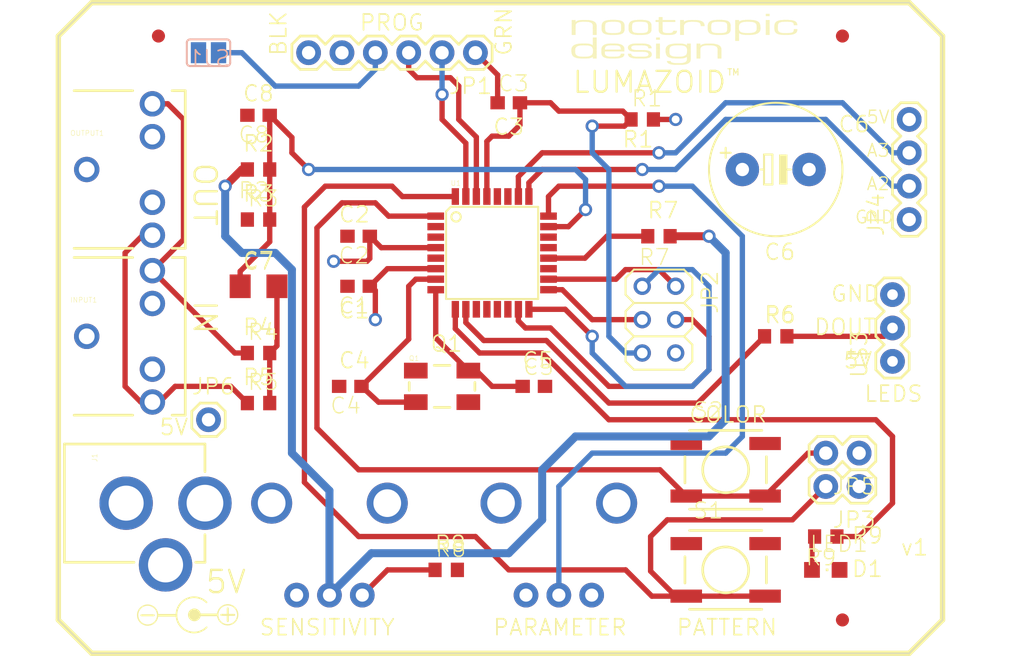
<source format=kicad_pcb>
(kicad_pcb (version 20171130) (host pcbnew "(5.1.10)-1")
  (layers (0 Top signal) (31 Bottom signal) (34 B.Paste user) (35 F.Paste user) (36 B.SilkS user) (37 F.SilkS user) (38 B.Mask user) (39 F.Mask user) (44 Edge.Cuts user))
  (net 0 "")
  (net 1 GND)
  (net 2 VCC)
  (net 3 "Net-(C4-Pad1)")
  (net 4 "Net-(C5-Pad1)")
  (net 5 "Net-(C3-Pad2)")
  (net 6 "Net-(JP1-Pad5)")
  (net 7 "Net-(JP1-Pad4)")
  (net 8 "Net-(JP1-Pad3)")
  (net 9 "Net-(JP1-Pad2)")
  (net 10 "Net-(C3-Pad1)")
  (net 11 "Net-(JP3-Pad2)")
  (net 12 "Net-(U1-Pad28)")
  (net 13 "Net-(U1-Pad27)")
  (net 14 "Net-(JP4-Pad3)")
  (net 15 "Net-(JP4-Pad2)")
  (net 16 "Net-(C7-Pad1)")
  (net 17 "Net-(U1-Pad22)")
  (net 18 "Net-(R7-Pad2)")
  (net 19 "Net-(U1-Pad19)")
  (net 20 "Net-(JP2-Pad3)")
  (net 21 "Net-(JP2-Pad1)")
  (net 22 "Net-(JP2-Pad4)")
  (net 23 "Net-(U1-Pad14)")
  (net 24 "Net-(U1-Pad13)")
  (net 25 "Net-(U1-Pad12)")
  (net 26 "Net-(U1-Pad11)")
  (net 27 "Net-(R6-Pad1)")
  (net 28 "Net-(R9-Pad1)")
  (net 29 "Net-(U1-Pad2)")
  (net 30 "Net-(JP5-Pad2)")
  (net 31 "Net-(R6-Pad2)")
  (net 32 "Net-(C7-Pad2)")
  (net 33 /AREF)
  (net 34 "Net-(R8-Pad1)")
  (net 35 "Net-(J1-PadGNDBREAK)")
  (net 36 "Net-(LED1-PadA)")
  (net 37 "Net-(PARAM1-PadP$2)")
  (net 38 "Net-(INPUT1-Pad2)")
  (net 39 "Net-(INPUT1-Pad3)")
  (net 40 "Net-(INPUT1-Pad5)")
  (net 41 "Net-(INPUT1-Pad4)")
  (net 42 "Net-(OUTPUT1-Pad5)")
  (net 43 "Net-(OUTPUT1-Pad4)")
  (module "" (layer Top) (at 118.6561 125.9586)
    (fp_text reference @HOLE0 hide)
    (fp_text value "" (at 0 0) (layer F.SilkS) (effects (font (size 1.27 1.27))))
    (pad "" np_thru_hole circle (at 0 0) (size 3.2 3.2) (drill 3.2) (layers *.Cu *.Mask))
  )
  (module "" (layer Top) (at 118.6561 84.0486)
    (fp_text reference @HOLE1 hide)
    (fp_text value "" (at 0 0) (layer F.SilkS) (effects (font (size 1.27 1.27))))
    (pad "" np_thru_hole circle (at 0 0) (size 3.2 3.2) (drill 3.2) (layers *.Cu *.Mask))
  )
  (module "" (layer Top) (at 178.3461 125.9586)
    (fp_text reference @HOLE2 hide)
    (fp_text value "" (at 0 0) (layer F.SilkS) (effects (font (size 1.27 1.27))))
    (pad "" np_thru_hole circle (at 0 0) (size 3.2 3.2) (drill 3.2) (layers *.Cu *.Mask))
  )
  (module "" (layer Top) (at 178.3461 84.0486)
    (fp_text reference @HOLE3 hide)
    (fp_text value "" (at 0 0) (layer F.SilkS) (effects (font (size 1.27 1.27))))
    (pad "" np_thru_hole circle (at 0 0) (size 3.2 3.2) (drill 3.2) (layers *.Cu *.Mask))
  )
  (module Lumazoid_v1.0:C0603 (layer Top) (at 137.0711 109.4486 180)
    (fp_text reference C4 (at -0.889 -0.762 180) (layer F.SilkS) (effects (font (size 1.2065 1.2065) (thickness 0.1016)) (justify right top)))
    (fp_text value 22pF)
    (pad 2 smd rect (at 0.85 0 180) (size 1.1 1) (layers Top F.Paste F.Mask) (net 1 GND))
    (pad 1 smd rect (at -0.85 0 180) (size 1.1 1) (layers Top F.Paste F.Mask) (net 3 "Net-(C4-Pad1)"))
  )
  (module Lumazoid_v1.0:C0603 (layer Top) (at 151.0411 109.4486)
    (fp_text reference C5 (at -0.889 -0.762) (layer F.SilkS) (effects (font (size 1.2065 1.2065) (thickness 0.1016)) (justify left bottom)))
    (fp_text value 22pF)
    (pad 2 smd rect (at 0.85 0) (size 1.1 1) (layers Top F.Paste F.Mask) (net 1 GND))
    (pad 1 smd rect (at -0.85 0) (size 1.1 1) (layers Top F.Paste F.Mask) (net 4 "Net-(C5-Pad1)"))
  )
  (module Lumazoid_v1.0:C0603 (layer Top) (at 137.7061 98.0186 180)
    (fp_text reference C2 (at -0.889 -0.762 180) (layer F.SilkS) (effects (font (size 1.2065 1.2065) (thickness 0.1016)) (justify right top)))
    (fp_text value .1uF)
    (pad 2 smd rect (at 0.85 0 180) (size 1.1 1) (layers Top F.Paste F.Mask) (net 1 GND))
    (pad 1 smd rect (at -0.85 0 180) (size 1.1 1) (layers Top F.Paste F.Mask) (net 2 VCC))
  )
  (module Lumazoid_v1.0:R0603 (layer Top) (at 159.2961 89.1286)
    (fp_text reference R1 (at -0.889 -0.889) (layer F.SilkS) (effects (font (size 1.2065 1.2065) (thickness 0.1016)) (justify left bottom)))
    (fp_text value 10K)
    (pad 2 smd rect (at 0.85 0) (size 1 1.1) (layers Top F.Paste F.Mask) (net 2 VCC))
    (pad 1 smd rect (at -0.85 0) (size 1 1.1) (layers Top F.Paste F.Mask) (net 5 "Net-(C3-Pad2)"))
  )
  (module Lumazoid_v1.0:1X06 (layer Top) (at 146.5961 84.0486 180)
    (fp_text reference JP1 (at -1.3462 -1.8288 180) (layer F.SilkS) (effects (font (size 1.2065 1.2065) (thickness 0.127)) (justify right top)))
    (fp_text value SERIAL)
    (pad 6 thru_hole circle (at 12.7 0 270) (size 1.8796 1.8796) (drill 1.016) (layers *.Cu *.Mask) (net 1 GND))
    (pad 5 thru_hole circle (at 10.16 0 270) (size 1.8796 1.8796) (drill 1.016) (layers *.Cu *.Mask) (net 6 "Net-(JP1-Pad5)"))
    (pad 4 thru_hole circle (at 7.62 0 270) (size 1.8796 1.8796) (drill 1.016) (layers *.Cu *.Mask) (net 7 "Net-(JP1-Pad4)"))
    (pad 3 thru_hole circle (at 5.08 0 270) (size 1.8796 1.8796) (drill 1.016) (layers *.Cu *.Mask) (net 8 "Net-(JP1-Pad3)"))
    (pad 2 thru_hole circle (at 2.54 0 270) (size 1.8796 1.8796) (drill 1.016) (layers *.Cu *.Mask) (net 9 "Net-(JP1-Pad2)"))
    (pad 1 thru_hole circle (at 0 0 270) (size 1.8796 1.8796) (drill 1.016) (layers *.Cu *.Mask) (net 10 "Net-(C3-Pad1)"))
  )
  (module Lumazoid_v1.0:C0603 (layer Top) (at 149.1361 87.8586)
    (fp_text reference C3 (at -0.889 -0.762) (layer F.SilkS) (effects (font (size 1.2065 1.2065) (thickness 0.1016)) (justify left bottom)))
    (fp_text value .1uF)
    (pad 2 smd rect (at 0.85 0) (size 1.1 1) (layers Top F.Paste F.Mask) (net 5 "Net-(C3-Pad2)"))
    (pad 1 smd rect (at -0.85 0) (size 1.1 1) (layers Top F.Paste F.Mask) (net 10 "Net-(C3-Pad1)"))
  )
  (module Lumazoid_v1.0:LOGO_SMALL (layer Top) (at 153.8986 85.0011)
    (fp_text reference U$1 hide)
    (fp_text value LOGO hide)
  )
  (module Lumazoid_v1.0:TQFP32-08 (layer Top) (at 147.8661 99.2886)
    (fp_text reference U1 (at -3.175 -5.08) (layer F.SilkS) (effects (font (size 0.38608 0.38608) (thickness 0.032512)) (justify left bottom)))
    (fp_text value ATMEGA328P)
    (pad 32 smd rect (at -2.8 -4.2926) (size 0.5588 1.27) (layers Top F.Paste F.Mask) (net 11 "Net-(JP3-Pad2)"))
    (pad 31 smd rect (at -2 -4.2926) (size 0.5588 1.27) (layers Top F.Paste F.Mask) (net 9 "Net-(JP1-Pad2)"))
    (pad 30 smd rect (at -1.2 -4.2926) (size 0.5588 1.27) (layers Top F.Paste F.Mask) (net 8 "Net-(JP1-Pad3)"))
    (pad 29 smd rect (at -0.4 -4.2926) (size 0.5588 1.27) (layers Top F.Paste F.Mask) (net 5 "Net-(C3-Pad2)"))
    (pad 28 smd rect (at 0.4 -4.2926) (size 0.5588 1.27) (layers Top F.Paste F.Mask) (net 12 "Net-(U1-Pad28)"))
    (pad 27 smd rect (at 1.2 -4.2926) (size 0.5588 1.27) (layers Top F.Paste F.Mask) (net 13 "Net-(U1-Pad27)"))
    (pad 26 smd rect (at 2 -4.2926) (size 0.5588 1.27) (layers Top F.Paste F.Mask) (net 14 "Net-(JP4-Pad3)"))
    (pad 25 smd rect (at 2.8 -4.2926) (size 0.5588 1.27) (layers Top F.Paste F.Mask) (net 15 "Net-(JP4-Pad2)"))
    (pad 24 smd rect (at 4.2926 -2.8) (size 1.27 0.5588) (layers Top F.Paste F.Mask) (net 37 "Net-(PARAM1-PadP$2)"))
    (pad 23 smd rect (at 4.2926 -2) (size 1.27 0.5588) (layers Top F.Paste F.Mask) (net 16 "Net-(C7-Pad1)"))
    (pad 22 smd rect (at 4.2926 -1.2) (size 1.27 0.5588) (layers Top F.Paste F.Mask) (net 17 "Net-(U1-Pad22)"))
    (pad 21 smd rect (at 4.2926 -0.4) (size 1.27 0.5588) (layers Top F.Paste F.Mask) (net 1 GND))
    (pad 20 smd rect (at 4.2926 0.4) (size 1.27 0.5588) (layers Top F.Paste F.Mask) (net 18 "Net-(R7-Pad2)"))
    (pad 19 smd rect (at 4.2926 1.2) (size 1.27 0.5588) (layers Top F.Paste F.Mask) (net 19 "Net-(U1-Pad19)"))
    (pad 18 smd rect (at 4.2926 2) (size 1.27 0.5588) (layers Top F.Paste F.Mask) (net 2 VCC))
    (pad 17 smd rect (at 4.2926 2.8) (size 1.27 0.5588) (layers Top F.Paste F.Mask) (net 20 "Net-(JP2-Pad3)"))
    (pad 16 smd rect (at 2.8 4.2926) (size 0.5588 1.27) (layers Top F.Paste F.Mask) (net 21 "Net-(JP2-Pad1)"))
    (pad 15 smd rect (at 2 4.2926) (size 0.5588 1.27) (layers Top F.Paste F.Mask) (net 22 "Net-(JP2-Pad4)"))
    (pad 14 smd rect (at 1.2 4.2926) (size 0.5588 1.27) (layers Top F.Paste F.Mask) (net 23 "Net-(U1-Pad14)"))
    (pad 13 smd rect (at 0.4 4.2926) (size 0.5588 1.27) (layers Top F.Paste F.Mask) (net 24 "Net-(U1-Pad13)"))
    (pad 12 smd rect (at -0.4 4.2926) (size 0.5588 1.27) (layers Top F.Paste F.Mask) (net 25 "Net-(U1-Pad12)"))
    (pad 11 smd rect (at -1.2 4.2926) (size 0.5588 1.27) (layers Top F.Paste F.Mask) (net 26 "Net-(U1-Pad11)"))
    (pad 10 smd rect (at -2 4.2926) (size 0.5588 1.27) (layers Top F.Paste F.Mask) (net 27 "Net-(R6-Pad1)"))
    (pad 9 smd rect (at -2.8 4.2926) (size 0.5588 1.27) (layers Top F.Paste F.Mask) (net 28 "Net-(R9-Pad1)"))
    (pad 8 smd rect (at -4.2926 2.8) (size 1.27 0.5588) (layers Top F.Paste F.Mask) (net 4 "Net-(C5-Pad1)"))
    (pad 7 smd rect (at -4.2926 2) (size 1.27 0.5588) (layers Top F.Paste F.Mask) (net 3 "Net-(C4-Pad1)"))
    (pad 6 smd rect (at -4.2926 1.2) (size 1.27 0.5588) (layers Top F.Paste F.Mask) (net 2 VCC))
    (pad 5 smd rect (at -4.2926 0.4) (size 1.27 0.5588) (layers Top F.Paste F.Mask) (net 1 GND))
    (pad 4 smd rect (at -4.2926 -0.4) (size 1.27 0.5588) (layers Top F.Paste F.Mask) (net 2 VCC))
    (pad 3 smd rect (at -4.2926 -1.2) (size 1.27 0.5588) (layers Top F.Paste F.Mask) (net 1 GND))
    (pad 2 smd rect (at -4.2926 -2) (size 1.27 0.5588) (layers Top F.Paste F.Mask) (net 29 "Net-(U1-Pad2)"))
    (pad 1 smd rect (at -4.2926 -2.8) (size 1.27 0.5588) (layers Top F.Paste F.Mask) (net 30 "Net-(JP5-Pad2)"))
  )
  (module Lumazoid_v1.0:C0603 (layer Top) (at 137.7061 101.8286 180)
    (fp_text reference C1 (at -0.889 -0.762 180) (layer F.SilkS) (effects (font (size 1.2065 1.2065) (thickness 0.1016)) (justify right top)))
    (fp_text value .1uF)
    (pad 2 smd rect (at 0.85 0 180) (size 1.1 1) (layers Top F.Paste F.Mask) (net 1 GND))
    (pad 1 smd rect (at -0.85 0 180) (size 1.1 1) (layers Top F.Paste F.Mask) (net 2 VCC))
  )
  (module Lumazoid_v1.0:2X03 (layer Top) (at 160.5661 104.3686 270)
    (fp_text reference JP2 (at -3.81 -3.175 270) (layer F.SilkS) (effects (font (size 1.2065 1.2065) (thickness 0.127)) (justify right top)))
    (fp_text value PINHD-2X3)
    (pad 6 thru_hole circle (at 2.54 -1.27 270) (size 1.3208 1.3208) (drill 0.8128) (layers *.Cu *.Mask) (net 1 GND))
    (pad 5 thru_hole circle (at 2.54 1.27 270) (size 1.3208 1.3208) (drill 0.8128) (layers *.Cu *.Mask) (net 5 "Net-(C3-Pad2)"))
    (pad 4 thru_hole circle (at 0 -1.27 270) (size 1.3208 1.3208) (drill 0.8128) (layers *.Cu *.Mask) (net 22 "Net-(JP2-Pad4)"))
    (pad 3 thru_hole circle (at 0 1.27 270) (size 1.3208 1.3208) (drill 0.8128) (layers *.Cu *.Mask) (net 20 "Net-(JP2-Pad3)"))
    (pad 2 thru_hole circle (at -2.54 -1.27 270) (size 1.3208 1.3208) (drill 0.8128) (layers *.Cu *.Mask) (net 2 VCC))
    (pad 1 thru_hole circle (at -2.54 1.27 270) (size 1.3208 1.3208) (drill 0.8128) (layers *.Cu *.Mask) (net 21 "Net-(JP2-Pad1)"))
  )
  (module Lumazoid_v1.0:R0603 (layer Top) (at 169.4561 105.6386)
    (fp_text reference R6 (at -0.889 -0.889) (layer F.SilkS) (effects (font (size 1.2065 1.2065) (thickness 0.1016)) (justify left bottom)))
    (fp_text value 470)
    (pad 2 smd rect (at 0.85 0) (size 1 1.1) (layers Top F.Paste F.Mask) (net 31 "Net-(R6-Pad2)"))
    (pad 1 smd rect (at -0.85 0) (size 1 1.1) (layers Top F.Paste F.Mask) (net 27 "Net-(R6-Pad1)"))
  )
  (module Lumazoid_v1.0:R0603 (layer Top) (at 130.0861 106.9086)
    (fp_text reference R4 (at -0.889 -0.889) (layer F.SilkS) (effects (font (size 1.2065 1.2065) (thickness 0.1016)) (justify left bottom)))
    (fp_text value 4.7K)
    (pad 2 smd rect (at 0.85 0) (size 1 1.1) (layers Top F.Paste F.Mask) (net 32 "Net-(C7-Pad2)"))
    (pad 1 smd rect (at -0.85 0) (size 1 1.1) (layers Top F.Paste F.Mask) (net 38 "Net-(INPUT1-Pad2)"))
  )
  (module Lumazoid_v1.0:R0603 (layer Top) (at 130.0861 110.7186)
    (fp_text reference R5 (at -0.889 -0.889) (layer F.SilkS) (effects (font (size 1.2065 1.2065) (thickness 0.1016)) (justify left bottom)))
    (fp_text value 4.7K)
    (pad 2 smd rect (at 0.85 0) (size 1 1.1) (layers Top F.Paste F.Mask) (net 32 "Net-(C7-Pad2)"))
    (pad 1 smd rect (at -0.85 0) (size 1 1.1) (layers Top F.Paste F.Mask) (net 39 "Net-(INPUT1-Pad3)"))
  )
  (module Lumazoid_v1.0:AUDIOJACK (layer Top) (at 117.0051 105.6386)
    (fp_text reference INPUT1 (at -1.27 -2.54) (layer F.SilkS) (effects (font (size 0.38608 0.38608) (thickness 0.032512)) (justify left bottom)))
    (fp_text value AUDIOJACK)
    (pad "" np_thru_hole circle (at 5 0) (size 1.1 1.1) (drill 1.1) (layers *.Cu *.Mask))
    (pad "" np_thru_hole circle (at 0 5) (size 1.1 1.1) (drill 1.1) (layers *.Cu *.Mask))
    (pad "" np_thru_hole circle (at 0 -5) (size 1.1 1.1) (drill 1.1) (layers *.Cu *.Mask))
    (pad 3 thru_hole circle (at 5 5) (size 1.9304 1.9304) (drill 1.2) (layers *.Cu *.Mask) (net 39 "Net-(INPUT1-Pad3)"))
    (pad 5 thru_hole circle (at 5 2.5) (size 1.9304 1.9304) (drill 1.2) (layers *.Cu *.Mask) (net 40 "Net-(INPUT1-Pad5)"))
    (pad 2 thru_hole circle (at 5 -5) (size 1.9304 1.9304) (drill 1.2) (layers *.Cu *.Mask) (net 38 "Net-(INPUT1-Pad2)"))
    (pad 4 thru_hole circle (at 5 -2.5) (size 1.9304 1.9304) (drill 1.2) (layers *.Cu *.Mask) (net 41 "Net-(INPUT1-Pad4)"))
    (pad 1 thru_hole circle (at 0 0) (size 1.9304 1.9304) (drill 1.2) (layers *.Cu *.Mask) (net 1 GND))
  )
  (module Lumazoid_v1.0:1X03 (layer Top) (at 178.3461 105.0036 90)
    (fp_text reference U$3 (at -3.8862 -1.8288 90) (layer F.SilkS) (effects (font (size 1.2065 1.2065) (thickness 0.127)) (justify left bottom)))
    (fp_text value M03)
    (pad 1 thru_hole circle (at -2.54 0 180) (size 1.8796 1.8796) (drill 0.8128) (layers *.Cu *.Mask) (net 2 VCC))
    (pad 3 thru_hole circle (at 2.54 0 180) (size 1.8796 1.8796) (drill 0.8128) (layers *.Cu *.Mask) (net 1 GND))
    (pad 2 thru_hole circle (at 0 0 180) (size 1.8796 1.8796) (drill 0.8128) (layers *.Cu *.Mask) (net 31 "Net-(R6-Pad2)"))
  )
  (module Lumazoid_v1.0:E5-10,5 (layer Top) (at 169.4561 92.9386)
    (fp_text reference C6 (at 4.699 -2.7432) (layer F.SilkS) (effects (font (size 1.2065 1.2065) (thickness 0.127)) (justify left bottom)))
    (fp_text value 1000uF)
    (pad - thru_hole circle (at 2.54 0) (size 2.54 2.54) (drill 1.016) (layers *.Cu *.Mask) (net 1 GND))
    (pad + thru_hole circle (at -2.54 0) (size 2.54 2.54) (drill 1.016) (layers *.Cu *.Mask) (net 2 VCC))
  )
  (module Lumazoid_v1.0:SJ (layer Bottom) (at 126.2761 84.0486)
    (fp_text reference SJ1 (at -1.651 1.143) (layer B.SilkS) (effects (font (size 1.2065 1.2065) (thickness 0.127)) (justify right bottom mirror)))
    (fp_text value SJ)
    (pad 2 smd rect (at 0.762 0) (size 1.1684 1.6002) (layers Bottom B.Paste B.Mask) (net 7 "Net-(JP1-Pad4)"))
    (pad 1 smd rect (at -0.762 0) (size 1.1684 1.6002) (layers Bottom B.Paste B.Mask) (net 2 VCC))
  )
  (module Lumazoid_v1.0:DTSM-6-JBEND (layer Top) (at 165.6461 123.4186)
    (fp_text reference S1 (at -2.54 -3.81) (layer F.SilkS) (effects (font (size 1.2065 1.2065) (thickness 0.1016)) (justify left bottom)))
    (fp_text value SWITCH-TACT6MMSMT-J)
    (pad 4 smd rect (at 3 2) (size 2.4 1) (layers Top F.Paste F.Mask) (net 11 "Net-(JP3-Pad2)"))
    (pad 3 smd rect (at -3 2) (size 2.4 1) (layers Top F.Paste F.Mask) (net 11 "Net-(JP3-Pad2)"))
    (pad 2 smd rect (at 3 -2) (size 2.4 1) (layers Top F.Paste F.Mask) (net 1 GND))
    (pad 1 smd rect (at -3 -2) (size 2.4 1) (layers Top F.Paste F.Mask) (net 1 GND))
  )
  (module Lumazoid_v1.0:C1206 (layer Top) (at 130.0861 101.8286)
    (fp_text reference C7 (at -1.27 -1.143) (layer F.SilkS) (effects (font (size 1.2065 1.2065) (thickness 0.1016)) (justify left bottom)))
    (fp_text value 10uF)
    (pad 2 smd rect (at 1.4 0) (size 1.6 1.8) (layers Top F.Paste F.Mask) (net 32 "Net-(C7-Pad2)"))
    (pad 1 smd rect (at -1.4 0) (size 1.6 1.8) (layers Top F.Paste F.Mask) (net 16 "Net-(C7-Pad1)"))
  )
  (module Lumazoid_v1.0:R0603 (layer Top) (at 130.0861 92.9386 180)
    (fp_text reference R2 (at -0.889 -0.889 180) (layer F.SilkS) (effects (font (size 1.2065 1.2065) (thickness 0.1016)) (justify right top)))
    (fp_text value 100K)
    (pad 2 smd rect (at 0.85 0 180) (size 1 1.1) (layers Top F.Paste F.Mask) (net 33 /AREF))
    (pad 1 smd rect (at -0.85 0 180) (size 1 1.1) (layers Top F.Paste F.Mask) (net 16 "Net-(C7-Pad1)"))
  )
  (module Lumazoid_v1.0:R0603 (layer Top) (at 130.0861 96.7486)
    (fp_text reference R3 (at -0.889 -0.889) (layer F.SilkS) (effects (font (size 1.2065 1.2065) (thickness 0.1016)) (justify left bottom)))
    (fp_text value 100K)
    (pad 2 smd rect (at 0.85 0) (size 1 1.1) (layers Top F.Paste F.Mask) (net 16 "Net-(C7-Pad1)"))
    (pad 1 smd rect (at -0.85 0) (size 1 1.1) (layers Top F.Paste F.Mask) (net 1 GND))
  )
  (module Lumazoid_v1.0:ALPS_POT (layer Top) (at 135.4836 118.3386 270)
    (fp_text reference SENSITIVITY1 hide)
    (fp_text value POT2POT2 hide)
    (pad P$5 thru_hole circle (at 0 -4.4 270) (size 3.1242 3.1242) (drill 2.1082) (layers *.Cu *.Mask))
    (pad P$4 thru_hole circle (at 0 4.4 270) (size 3.1242 3.1242) (drill 2.1082) (layers *.Cu *.Mask))
    (pad P$3 thru_hole circle (at 7 -2.5 270) (size 1.8796 1.8796) (drill 1) (layers *.Cu *.Mask) (net 34 "Net-(R8-Pad1)"))
    (pad P$2 thru_hole circle (at 7 0 270) (size 1.8796 1.8796) (drill 1) (layers *.Cu *.Mask) (net 33 /AREF))
    (pad P$1 thru_hole circle (at 7 2.5 270) (size 1.8796 1.8796) (drill 1) (layers *.Cu *.Mask) (net 2 VCC))
  )
  (module Lumazoid_v1.0:R0603 (layer Top) (at 160.5661 98.0186 180)
    (fp_text reference R7 (at -0.889 -0.889 180) (layer F.SilkS) (effects (font (size 1.2065 1.2065) (thickness 0.1016)) (justify right top)))
    (fp_text value 4.7K)
    (pad 2 smd rect (at 0.85 0 180) (size 1 1.1) (layers Top F.Paste F.Mask) (net 18 "Net-(R7-Pad2)"))
    (pad 1 smd rect (at -0.85 0 180) (size 1 1.1) (layers Top F.Paste F.Mask) (net 33 /AREF))
  )
  (module Lumazoid_v1.0:ALPS_POT (layer Top) (at 152.9461 118.3386 270)
    (fp_text reference PARAM1 hide)
    (fp_text value POT2POT2 hide)
    (pad P$5 thru_hole circle (at 0 -4.4 270) (size 3.1242 3.1242) (drill 2.1082) (layers *.Cu *.Mask))
    (pad P$4 thru_hole circle (at 0 4.4 270) (size 3.1242 3.1242) (drill 2.1082) (layers *.Cu *.Mask))
    (pad P$3 thru_hole circle (at 7 -2.5 270) (size 1.8796 1.8796) (drill 1) (layers *.Cu *.Mask) (net 2 VCC))
    (pad P$2 thru_hole circle (at 7 0 270) (size 1.8796 1.8796) (drill 1) (layers *.Cu *.Mask) (net 37 "Net-(PARAM1-PadP$2)"))
    (pad P$1 thru_hole circle (at 7 2.5 270) (size 1.8796 1.8796) (drill 1) (layers *.Cu *.Mask) (net 1 GND))
  )
  (module Lumazoid_v1.0:C0603 (layer Top) (at 130.0861 88.8111 180)
    (fp_text reference C8 (at -0.889 -0.762 180) (layer F.SilkS) (effects (font (size 1.2065 1.2065) (thickness 0.1016)) (justify right top)))
    (fp_text value 47nF)
    (pad 2 smd rect (at 0.85 0 180) (size 1.1 1) (layers Top F.Paste F.Mask) (net 1 GND))
    (pad 1 smd rect (at -0.85 0 180) (size 1.1 1) (layers Top F.Paste F.Mask) (net 16 "Net-(C7-Pad1)"))
  )
  (module Lumazoid_v1.0:AUDIOJACK (layer Top) (at 117.0051 92.9386)
    (fp_text reference OUTPUT1 (at -1.27 -2.54) (layer F.SilkS) (effects (font (size 0.38608 0.38608) (thickness 0.032512)) (justify left bottom)))
    (fp_text value AUDIOJACK)
    (pad "" np_thru_hole circle (at 5 0) (size 1.1 1.1) (drill 1.1) (layers *.Cu *.Mask))
    (pad "" np_thru_hole circle (at 0 5) (size 1.1 1.1) (drill 1.1) (layers *.Cu *.Mask))
    (pad "" np_thru_hole circle (at 0 -5) (size 1.1 1.1) (drill 1.1) (layers *.Cu *.Mask))
    (pad 3 thru_hole circle (at 5 5) (size 1.9304 1.9304) (drill 1.2) (layers *.Cu *.Mask) (net 39 "Net-(INPUT1-Pad3)"))
    (pad 5 thru_hole circle (at 5 2.5) (size 1.9304 1.9304) (drill 1.2) (layers *.Cu *.Mask) (net 42 "Net-(OUTPUT1-Pad5)"))
    (pad 2 thru_hole circle (at 5 -5) (size 1.9304 1.9304) (drill 1.2) (layers *.Cu *.Mask) (net 38 "Net-(INPUT1-Pad2)"))
    (pad 4 thru_hole circle (at 5 -2.5) (size 1.9304 1.9304) (drill 1.2) (layers *.Cu *.Mask) (net 43 "Net-(OUTPUT1-Pad4)"))
    (pad 1 thru_hole circle (at 0 0) (size 1.9304 1.9304) (drill 1.2) (layers *.Cu *.Mask) (net 1 GND))
  )
  (module Lumazoid_v1.0:FIDUCIAL_1MM (layer Top) (at 174.5361 82.7786)
    (fp_text reference FID2 hide)
    (fp_text value FIDUCIAL hide)
    (pad 1 smd roundrect (at 0 0) (size 1 1) (layers Top F.Mask) (roundrect_rratio 0.5))
  )
  (module Lumazoid_v1.0:FIDUCIAL_1MM (layer Top) (at 122.4661 82.7786)
    (fp_text reference FID1 hide)
    (fp_text value FIDUCIAL hide)
    (pad 1 smd roundrect (at 0 0) (size 1 1) (layers Top F.Mask) (roundrect_rratio 0.5))
  )
  (module Lumazoid_v1.0:FIDUCIAL_1MM (layer Top) (at 174.5361 127.2286)
    (fp_text reference FID3 hide)
    (fp_text value FIDUCIAL hide)
    (pad 1 smd roundrect (at 0 0) (size 1 1) (layers Top F.Mask) (roundrect_rratio 0.5))
  )
  (module Lumazoid_v1.0:R0603 (layer Top) (at 144.3736 123.4186)
    (fp_text reference R8 (at -0.889 -0.889) (layer F.SilkS) (effects (font (size 1.2065 1.2065) (thickness 0.1016)) (justify left bottom)))
    (fp_text value 1.8K)
    (pad 2 smd rect (at 0.85 0) (size 1 1.1) (layers Top F.Paste F.Mask) (net 1 GND))
    (pad 1 smd rect (at -0.85 0) (size 1 1.1) (layers Top F.Paste F.Mask) (net 34 "Net-(R8-Pad1)"))
  )
  (module Lumazoid_v1.0:POWER_JACK_SM (layer Top) (at 112.3061 118.3386 270)
    (fp_text reference J1 (at -3.81 -5.08 270) (layer F.SilkS) (effects (font (size 0.38608 0.38608) (thickness 0.032512)) (justify right top)))
    (fp_text value POWER_JACKSM)
    (pad GNDBREAK thru_hole circle (at 4.7 -10.7) (size 4.064 4.064) (drill 2.667) (layers *.Cu *.Mask) (net 35 "Net-(J1-PadGNDBREAK)"))
    (pad GND thru_hole circle (at 0 -7.7 270) (size 4.064 4.064) (drill 2.667) (layers *.Cu *.Mask) (net 1 GND))
    (pad PWR thru_hole circle (at 0 -13.7 270) (size 4.064 4.064) (drill 2.794) (layers *.Cu *.Mask) (net 2 VCC))
  )
  (module Lumazoid_v1.0:1X02 (layer Top) (at 175.8061 117.0686 180)
    (fp_text reference JP3 (at -1.3462 -1.8288 180) (layer F.SilkS) (effects (font (size 1.2065 1.2065) (thickness 0.127)) (justify right top)))
    (fp_text value M02)
    (pad 2 thru_hole circle (at 2.54 0 270) (size 1.8796 1.8796) (drill 1.016) (layers *.Cu *.Mask) (net 11 "Net-(JP3-Pad2)"))
    (pad 1 thru_hole circle (at 0 0 270) (size 1.8796 1.8796) (drill 1.016) (layers *.Cu *.Mask) (net 1 GND))
  )
  (module Lumazoid_v1.0:1X04 (layer Top) (at 179.6161 92.9386 90)
    (fp_text reference JP4 (at -5.1562 -1.8288 90) (layer F.SilkS) (effects (font (size 1.2065 1.2065) (thickness 0.127)) (justify left bottom)))
    (fp_text value M04)
    (pad 1 thru_hole circle (at -3.81 0 180) (size 1.8796 1.8796) (drill 1.016) (layers *.Cu *.Mask) (net 1 GND))
    (pad 4 thru_hole circle (at 3.81 0 180) (size 1.8796 1.8796) (drill 1.016) (layers *.Cu *.Mask) (net 2 VCC))
    (pad 3 thru_hole circle (at 1.27 0 180) (size 1.8796 1.8796) (drill 1.016) (layers *.Cu *.Mask) (net 14 "Net-(JP4-Pad3)"))
    (pad 2 thru_hole circle (at -1.27 0 180) (size 1.8796 1.8796) (drill 1.016) (layers *.Cu *.Mask) (net 15 "Net-(JP4-Pad2)"))
  )
  (module Lumazoid_v1.0:CRYSTAL-SMD-5X3 (layer Top) (at 144.0561 109.4486)
    (fp_text reference Q1 (at -2.54 -1.905) (layer F.SilkS) (effects (font (size 0.38608 0.38608) (thickness 0.032512)) (justify left bottom)))
    (fp_text value OSCILLATOR5X3)
    (pad 2 smd rect (at 2 1.2) (size 1.8 1.2) (layers Top F.Paste F.Mask) (net 1 GND))
    (pad 4 smd rect (at -2 -1.2) (size 1.8 1.2) (layers Top F.Paste F.Mask) (net 1 GND))
    (pad 3 smd rect (at 2 -1.2) (size 1.8 1.2) (layers Top F.Paste F.Mask) (net 4 "Net-(C5-Pad1)"))
    (pad 1 smd rect (at -2 1.2) (size 1.8 1.2) (layers Top F.Paste F.Mask) (net 3 "Net-(C4-Pad1)"))
  )
  (module Lumazoid_v1.0:DTSM-6-JBEND (layer Top) (at 165.6461 115.7986)
    (fp_text reference S2 (at -2.54 -3.81) (layer F.SilkS) (effects (font (size 1.2065 1.2065) (thickness 0.1016)) (justify left bottom)))
    (fp_text value SWITCH-TACT6MMSMT-J)
    (pad 4 smd rect (at 3 2) (size 2.4 1) (layers Top F.Paste F.Mask) (net 30 "Net-(JP5-Pad2)"))
    (pad 3 smd rect (at -3 2) (size 2.4 1) (layers Top F.Paste F.Mask) (net 30 "Net-(JP5-Pad2)"))
    (pad 2 smd rect (at 3 -2) (size 2.4 1) (layers Top F.Paste F.Mask) (net 1 GND))
    (pad 1 smd rect (at -3 -2) (size 2.4 1) (layers Top F.Paste F.Mask) (net 1 GND))
  )
  (module Lumazoid_v1.0:1X02 (layer Top) (at 175.8061 114.5286 180)
    (fp_text reference JP5 (at -1.3462 -1.8288 180) (layer F.SilkS) (effects (font (size 1.2065 1.2065) (thickness 0.127)) (justify right top)))
    (fp_text value M02)
    (pad 2 thru_hole circle (at 2.54 0 270) (size 1.8796 1.8796) (drill 1.016) (layers *.Cu *.Mask) (net 30 "Net-(JP5-Pad2)"))
    (pad 1 thru_hole circle (at 0 0 270) (size 1.8796 1.8796) (drill 1.016) (layers *.Cu *.Mask) (net 1 GND))
  )
  (module Lumazoid_v1.0:R0603 (layer Top) (at 173.2661 120.8786 180)
    (fp_text reference R9 (at -0.889 -0.889 180) (layer F.SilkS) (effects (font (size 1.2065 1.2065) (thickness 0.1016)) (justify right top)))
    (fp_text value 470)
    (pad 2 smd rect (at 0.85 0 180) (size 1 1.1) (layers Top F.Paste F.Mask) (net 36 "Net-(LED1-PadA)"))
    (pad 1 smd rect (at -0.85 0 180) (size 1 1.1) (layers Top F.Paste F.Mask) (net 28 "Net-(R9-Pad1)"))
  )
  (module Lumazoid_v1.0:CHIPLED_0805 (layer Top) (at 173.2661 123.4186 270)
    (fp_text reference LED1 (at -1.27 1.27) (layer F.SilkS) (effects (font (size 1.2065 1.2065) (thickness 0.1016)) (justify left bottom)))
    (fp_text value LEDCHIPLED_0805)
    (pad A smd rect (at 0 1.05 270) (size 1.2 1.2) (layers Top F.Paste F.Mask) (net 36 "Net-(LED1-PadA)"))
    (pad C smd rect (at 0 -1.05 270) (size 1.2 1.2) (layers Top F.Paste F.Mask) (net 1 GND))
  )
  (module Lumazoid_v1.0:1X01 (layer Top) (at 126.2761 111.9886)
    (fp_text reference JP6 (at -1.3462 -1.8288) (layer F.SilkS) (effects (font (size 1.2065 1.2065) (thickness 0.127)) (justify left bottom)))
    (fp_text value M01)
    (pad 1 thru_hole circle (at 0 0 90) (size 1.8796 1.8796) (drill 1.016) (layers *.Cu *.Mask) (net 2 VCC))
  )
  (gr_line (start 114.8461 127.2286) (end 117.3861 129.7686) (layer Edge.Cuts) (width 0.05))
  (gr_line (start 117.3861 129.7686) (end 179.6161 129.7686) (layer Edge.Cuts) (width 0.05))
  (gr_line (start 179.6161 129.7686) (end 182.1561 127.2286) (layer Edge.Cuts) (width 0.05))
  (gr_line (start 182.1561 127.2286) (end 182.1561 82.7786) (layer Edge.Cuts) (width 0.05))
  (gr_line (start 182.1561 82.7786) (end 179.6161 80.2386) (layer Edge.Cuts) (width 0.05))
  (gr_line (start 179.6161 80.2386) (end 117.3861 80.2386) (layer Edge.Cuts) (width 0.05))
  (gr_line (start 117.3861 80.2386) (end 114.8461 82.7786) (layer Edge.Cuts) (width 0.05))
  (gr_line (start 114.8461 82.7786) (end 114.8461 127.2286) (layer Edge.Cuts) (width 0.05))
  (gr_line (start 114.8461 127.2286) (end 117.3861 129.7686) (layer F.SilkS) (width 0.4064))
  (gr_line (start 117.3861 129.7686) (end 179.6161 129.7686) (layer F.SilkS) (width 0.4064))
  (gr_line (start 179.6161 129.7686) (end 182.1561 127.2286) (layer F.SilkS) (width 0.4064))
  (gr_line (start 182.1561 127.2286) (end 182.1561 82.7786) (layer F.SilkS) (width 0.4064))
  (gr_line (start 182.1561 82.7786) (end 179.6161 80.2386) (layer F.SilkS) (width 0.4064))
  (gr_line (start 179.6161 80.2386) (end 117.3861 80.2386) (layer F.SilkS) (width 0.4064))
  (gr_line (start 117.3861 80.2386) (end 114.8461 82.7786) (layer F.SilkS) (width 0.4064))
  (gr_line (start 114.8461 82.7786) (end 114.8461 127.2286) (layer F.SilkS) (width 0.4064))
  (gr_text OUT (at 125.0061 92.3036 270) (layer F.SilkS) (effects (font (size 1.6891 1.6891) (thickness 0.1778)) (justify left bottom)))
  (gr_text 5V (at 125.9586 125.3236) (layer F.SilkS) (effects (font (size 1.6891 1.6891) (thickness 0.1778)) (justify left bottom)))
  (gr_text IN (at 125.0061 102.7811 270) (layer F.SilkS) (effects (font (size 1.6891 1.6891) (thickness 0.1778)) (justify left bottom)))
  (gr_text SENSITIVITY (at 130.0861 128.4986) (layer F.SilkS) (effects (font (size 1.2065 1.2065) (thickness 0.127)) (justify left bottom)))
  (gr_text PARAMETER (at 147.8661 128.4986) (layer F.SilkS) (effects (font (size 1.2065 1.2065) (thickness 0.127)) (justify left bottom)))
  (gr_text PATTERN (at 161.8361 128.4986) (layer F.SilkS) (effects (font (size 1.2065 1.2065) (thickness 0.127)) (justify left bottom)))
  (gr_text GND (at 173.5836 103.0986) (layer F.SilkS) (effects (font (size 1.2065 1.2065) (thickness 0.127)) (justify left bottom)))
  (gr_text DOUT (at 172.3136 105.6386) (layer F.SilkS) (effects (font (size 1.2065 1.2065) (thickness 0.127)) (justify left bottom)))
  (gr_text 5V (at 174.5361 108.1786) (layer F.SilkS) (effects (font (size 1.2065 1.2065) (thickness 0.127)) (justify left bottom)))
  (gr_text LEDS (at 176.1236 110.7186) (layer F.SilkS) (effects (font (size 1.2065 1.2065) (thickness 0.127)) (justify left bottom)))
  (gr_text LUMAZOID (at 153.8986 87.2236) (layer F.SilkS) (effects (font (size 1.59258 1.59258) (thickness 0.16764)) (justify left bottom)))
  (gr_text C1 (at 136.1186 104.3686) (layer F.SilkS) (effects (font (size 1.2065 1.2065) (thickness 0.127)) (justify left bottom)))
  (gr_text C2 (at 136.1186 97.0661) (layer F.SilkS) (effects (font (size 1.2065 1.2065) (thickness 0.127)) (justify left bottom)))
  (gr_text C4 (at 136.1186 108.1786) (layer F.SilkS) (effects (font (size 1.2065 1.2065) (thickness 0.127)) (justify left bottom)))
  (gr_text C5 (at 150.0886 108.1786) (layer F.SilkS) (effects (font (size 1.2065 1.2065) (thickness 0.127)) (justify left bottom)))
  (gr_text C3 (at 147.8661 90.3986) (layer F.SilkS) (effects (font (size 1.2065 1.2065) (thickness 0.127)) (justify left bottom)))
  (gr_text C6 (at 168.5036 99.9236) (layer F.SilkS) (effects (font (size 1.2065 1.2065) (thickness 0.127)) (justify left bottom)))
  (gr_text C8 (at 128.8161 87.8586) (layer F.SilkS) (effects (font (size 1.2065 1.2065) (thickness 0.127)) (justify left bottom)))
  (gr_text C7 (at 128.8161 100.5586) (layer F.SilkS) (effects (font (size 1.2065 1.2065) (thickness 0.127)) (justify left bottom)))
  (gr_text R1 (at 157.7086 91.3511) (layer F.SilkS) (effects (font (size 1.2065 1.2065) (thickness 0.127)) (justify left bottom)))
  (gr_text R7 (at 159.6136 96.7486) (layer F.SilkS) (effects (font (size 1.2065 1.2065) (thickness 0.127)) (justify left bottom)))
  (gr_text R2 (at 128.8161 91.6686) (layer F.SilkS) (effects (font (size 1.2065 1.2065) (thickness 0.127)) (justify left bottom)))
  (gr_text R3 (at 128.8161 95.4786) (layer F.SilkS) (effects (font (size 1.2065 1.2065) (thickness 0.127)) (justify left bottom)))
  (gr_text R4 (at 128.8161 105.6386) (layer F.SilkS) (effects (font (size 1.2065 1.2065) (thickness 0.127)) (justify left bottom)))
  (gr_text R5 (at 128.8161 109.4486) (layer F.SilkS) (effects (font (size 1.2065 1.2065) (thickness 0.127)) (justify left bottom)))
  (gr_text GRN (at 149.4536 84.3661 90) (layer F.SilkS) (effects (font (size 1.2065 1.2065) (thickness 0.127)) (justify left bottom)))
  (gr_text BLK (at 132.3086 84.3661 90) (layer F.SilkS) (effects (font (size 1.2065 1.2065) (thickness 0.127)) (justify left bottom)))
  (gr_text PROG (at 137.7061 82.4611) (layer F.SilkS) (effects (font (size 1.2065 1.2065) (thickness 0.127)) (justify left bottom)))
  (gr_text R6 (at 168.5036 104.6861) (layer F.SilkS) (effects (font (size 1.2065 1.2065) (thickness 0.127)) (justify left bottom)))
  (gr_text Q1 (at 143.1036 106.9086) (layer F.SilkS) (effects (font (size 1.2065 1.2065) (thickness 0.127)) (justify left bottom)))
  (gr_text R8 (at 143.4211 122.1486) (layer F.SilkS) (effects (font (size 1.2065 1.2065) (thickness 0.127)) (justify left bottom)))
  (gr_text v1 (at 178.906 122.4199) (layer F.SilkS) (effects (font (size 1.2065 1.2065) (thickness 0.127)) (justify left bottom)))
  (gr_text 5V (at 176.3141 89.5096) (layer F.SilkS) (effects (font (size 0.9652 0.9652) (thickness 0.1016)) (justify left bottom)))
  (gr_text GND (at 175.4251 97.1296) (layer F.SilkS) (effects (font (size 0.9652 0.9652) (thickness 0.1016)) (justify left bottom)))
  (gr_text A3 (at 176.3141 92.0496) (layer F.SilkS) (effects (font (size 0.9652 0.9652) (thickness 0.1016)) (justify left bottom)))
  (gr_text A2 (at 176.3141 94.5896) (layer F.SilkS) (effects (font (size 0.9652 0.9652) (thickness 0.1016)) (justify left bottom)))
  (gr_text TM (at 165.7223 85.8139) (layer F.SilkS) (effects (font (size 0.4826 0.4826) (thickness 0.0762)) (justify left bottom)))
  (gr_text COLOR (at 162.7886 112.3061) (layer F.SilkS) (effects (font (size 1.2065 1.2065) (thickness 0.127)) (justify left bottom)))
  (gr_text R9 (at 175.1711 121.5136) (layer F.SilkS) (effects (font (size 1.2065 1.2065) (thickness 0.127)) (justify left bottom)))
  (gr_text D1 (at 175.1711 124.0536) (layer F.SilkS) (effects (font (size 1.2065 1.2065) (thickness 0.127)) (justify left bottom)))
  (gr_text 5V (at 122.4661 113.2586) (layer F.SilkS) (effects (font (size 1.2065 1.2065) (thickness 0.127)) (justify left bottom)))
  (gr_arc (start 125.1775 126.8438) (end 126.1313 127.79) (angle 270) (layer F.SilkS) (width 0.127))
  (gr_line (start 125.5827 126.8425) (end 126.9212 126.8425) (layer F.SilkS) (width 0.2032))
  (gr_line (start 127.2515 126.8425) (end 128.237 126.8425) (layer F.SilkS) (width 0.1524))
  (gr_line (start 127.7417 126.3547) (end 127.7417 127.3148) (layer F.SilkS) (width 0.1524))
  (gr_line (start 122.461 126.8755) (end 123.7919 126.8755) (layer F.SilkS) (width 0.2032))
  (gr_line (start 121.1706 126.873) (end 122.1053 126.873) (layer F.SilkS) (width 0.1524))
  (gr_circle (center 125.2017 126.8425) (end 125.3287 126.8425) (layer F.SilkS) (width 0.254))
  (gr_circle (center 127.7366 126.8375) (end 128.4986 126.8375) (layer F.SilkS) (width 0.1016))
  (gr_circle (center 125.2017 126.8425) (end 125.5617 126.8425) (layer F.SilkS) (width 0.254))
  (gr_circle (center 121.6433 126.8603) (end 122.4053 126.8603) (layer F.SilkS) (width 0.1016))
  (segment (start 143.5735 102.0886) (end 143.5735 105.766) (width 0.4064) (layer Top) (net 4))
  (segment (start 143.5735 105.766) (end 146.0561 108.2486) (width 0.4064) (layer Top) (net 4))
  (segment (start 150.1911 109.4486) (end 147.8661 109.4486) (width 0.4064) (layer Top) (net 4))
  (segment (start 147.8661 109.4486) (end 146.5961 108.1786) (width 0.4064) (layer Top) (net 4))
  (segment (start 146.5961 108.1786) (end 146.1261 108.1786) (width 0.4064) (layer Top) (net 4))
  (segment (start 146.1261 108.1786) (end 146.0561 108.2486) (width 0.4064) (layer Top) (net 4))
  (segment (start 142.0561 110.6486) (end 139.2211 110.6486) (width 0.4064) (layer Top) (net 3))
  (segment (start 139.2211 110.6486) (end 137.9211 109.4486) (width 0.4064) (layer Top) (net 3))
  (segment (start 143.5735 101.2886) (end 142.0561 101.2886) (width 0.4064) (layer Top) (net 3))
  (segment (start 142.0561 101.2886) (end 141.5161 101.8286) (width 0.4064) (layer Top) (net 3))
  (segment (start 141.5161 101.8286) (end 141.5161 105.8536) (width 0.4064) (layer Top) (net 3))
  (segment (start 141.5161 105.8536) (end 137.9211 109.4486) (width 0.4064) (layer Top) (net 3))
  (segment (start 144.0561 84.0486) (end 144.0561 87.2236) (width 0.4064) (layer Bottom) (net 9))
  (via (at 144.0561 87.2236) (size 1.0064) (drill 0.6) (layers Top Bottom) (net 9))
  (segment (start 145.8661 94.996) (end 145.8661 90.9386) (width 0.4064) (layer Top) (net 9))
  (segment (start 145.8661 90.9386) (end 144.0561 89.1286) (width 0.4064) (layer Top) (net 9))
  (segment (start 144.0561 89.1286) (end 144.0561 87.2236) (width 0.4064) (layer Top) (net 9))
  (segment (start 146.6661 94.996) (end 146.6661 90.4686) (width 0.4064) (layer Top) (net 8))
  (segment (start 145.3261 89.1286) (end 146.6661 90.4686) (width 0.4064) (layer Top) (net 8))
  (segment (start 145.3261 89.1286) (end 145.3261 86.5886) (width 0.4064) (layer Top) (net 8))
  (segment (start 145.3261 86.5886) (end 144.6911 85.9536) (width 0.4064) (layer Top) (net 8))
  (segment (start 144.6911 85.9536) (end 142.1511 85.9536) (width 0.4064) (layer Top) (net 8))
  (segment (start 142.1511 85.9536) (end 141.5161 85.3186) (width 0.4064) (layer Top) (net 8))
  (segment (start 141.5161 85.3186) (end 141.5161 84.0486) (width 0.4064) (layer Top) (net 8))
  (segment (start 160.1461 89.1286) (end 161.8361 89.1286) (width 0.4064) (layer Top) (net 2))
  (via (at 161.8361 89.1286) (size 1.0064) (drill 0.6) (layers Top Bottom) (net 2))
  (via (at 135.8011 99.9236) (size 1.0064) (drill 0.6) (layers Top Bottom) (net 2))
  (via (at 138.9761 104.3686) (size 1.0064) (drill 0.6) (layers Top Bottom) (net 2))
  (segment (start 138.9761 104.3686) (end 138.9761 102.1486) (width 0.4064) (layer Top) (net 2))
  (segment (start 138.9761 102.1486) (end 138.5561 101.8286) (width 0.4064) (layer Top) (net 2))
  (segment (start 152.1587 101.2886) (end 157.2961 101.2886) (width 0.4064) (layer Top) (net 2))
  (segment (start 157.2961 101.2886) (end 158.0261 100.5586) (width 0.4064) (layer Top) (net 2))
  (segment (start 158.0261 100.5586) (end 160.5661 100.5586) (width 0.4064) (layer Top) (net 2))
  (segment (start 160.5661 100.5586) (end 161.8361 101.8286) (width 0.4064) (layer Top) (net 2))
  (segment (start 143.5735 100.4886) (end 139.8961 100.4886) (width 0.4064) (layer Top) (net 2))
  (segment (start 139.8961 100.4886) (end 138.5561 101.8286) (width 0.4064) (layer Top) (net 2))
  (segment (start 143.5735 98.8886) (end 139.4261 98.8886) (width 0.4064) (layer Top) (net 2))
  (segment (start 139.4261 98.8886) (end 138.5561 98.0186) (width 0.4064) (layer Top) (net 2))
  (segment (start 138.5561 98.0186) (end 138.5561 99.7086) (width 0.4064) (layer Top) (net 2))
  (segment (start 138.5561 99.7086) (end 138.3411 99.9236) (width 0.4064) (layer Top) (net 2))
  (segment (start 138.3411 99.9236) (end 135.8011 99.9236) (width 0.4064) (layer Top) (net 2))
  (segment (start 148.2861 87.8586) (end 148.2861 85.7386) (width 0.4064) (layer Top) (net 10))
  (segment (start 148.2861 85.7386) (end 146.5961 84.0486) (width 0.4064) (layer Top) (net 10))
  (segment (start 159.2961 106.9086) (end 158.0261 106.9086) (width 0.4064) (layer Bottom) (net 5))
  (segment (start 158.0261 106.9086) (end 156.7561 105.6386) (width 0.4064) (layer Bottom) (net 5))
  (segment (start 147.4661 94.996) (end 147.4661 90.7986) (width 0.4064) (layer Top) (net 5))
  (segment (start 147.4661 90.7986) (end 147.8661 90.3986) (width 0.4064) (layer Top) (net 5))
  (segment (start 149.1361 90.3986) (end 147.8661 90.3986) (width 0.4064) (layer Top) (net 5))
  (segment (start 156.7561 105.6386) (end 156.7561 92.9386) (width 0.4064) (layer Bottom) (net 5))
  (via (at 155.4861 89.6366) (size 1.0064) (drill 0.6) (layers Top Bottom) (net 5))
  (segment (start 155.4861 89.6366) (end 155.4861 91.6686) (width 0.4064) (layer Bottom) (net 5))
  (segment (start 155.4861 91.6686) (end 156.7561 92.9386) (width 0.4064) (layer Bottom) (net 5))
  (segment (start 149.9861 87.8586) (end 149.9861 89.5486) (width 0.4064) (layer Top) (net 5))
  (segment (start 149.9861 89.5486) (end 149.1361 90.3986) (width 0.4064) (layer Top) (net 5))
  (segment (start 149.9861 87.8586) (end 152.3111 87.8586) (width 0.4064) (layer Top) (net 5))
  (segment (start 152.3111 87.8586) (end 152.9461 88.4936) (width 0.4064) (layer Top) (net 5))
  (segment (start 152.9461 88.4936) (end 157.8111 88.4936) (width 0.4064) (layer Top) (net 5))
  (segment (start 157.8111 88.4936) (end 158.4461 89.1286) (width 0.4064) (layer Top) (net 5))
  (segment (start 155.4861 89.6366) (end 157.9381 89.6366) (width 0.4064) (layer Top) (net 5))
  (segment (start 157.9381 89.6366) (end 158.4461 89.1286) (width 0.4064) (layer Top) (net 5))
  (segment (start 151.9936 105.9561) (end 156.7561 110.7186) (width 0.4064) (layer Top) (net 27))
  (segment (start 145.8661 103.5812) (end 145.8661 104.5911) (width 0.4064) (layer Top) (net 27))
  (segment (start 145.8661 104.5911) (end 147.2311 105.9561) (width 0.4064) (layer Top) (net 27))
  (segment (start 147.2311 105.9561) (end 151.9936 105.9561) (width 0.4064) (layer Top) (net 27))
  (segment (start 156.7561 110.7186) (end 163.5261 110.7186) (width 0.4064) (layer Top) (net 27))
  (segment (start 163.5261 110.7186) (end 168.6061 105.6386) (width 0.4064) (layer Top) (net 27))
  (segment (start 170.3061 105.6386) (end 177.7111 105.6386) (width 0.4064) (layer Top) (net 31))
  (segment (start 177.7111 105.6386) (end 178.3461 105.0036) (width 0.4064) (layer Top) (net 31))
  (segment (start 122.0051 87.9386) (end 123.1811 87.9386) (width 0.4064) (layer Top) (net 38))
  (segment (start 123.1811 87.9386) (end 124.3711 89.1286) (width 0.4064) (layer Top) (net 38))
  (segment (start 124.3711 89.1286) (end 124.3711 98.2726) (width 0.4064) (layer Top) (net 38))
  (segment (start 124.3711 98.2726) (end 122.0051 100.6386) (width 0.4064) (layer Top) (net 38))
  (segment (start 129.2361 106.9086) (end 128.2751 106.9086) (width 0.4064) (layer Top) (net 38))
  (segment (start 128.2751 106.9086) (end 122.0051 100.6386) (width 0.4064) (layer Top) (net 38))
  (segment (start 122.0051 97.9386) (end 121.2761 97.9386) (width 0.4064) (layer Top) (net 39))
  (segment (start 121.2761 97.9386) (end 119.9261 99.2886) (width 0.4064) (layer Top) (net 39))
  (segment (start 119.9261 99.2886) (end 119.9261 109.4486) (width 0.4064) (layer Top) (net 39))
  (segment (start 122.0051 110.6386) (end 121.1161 110.6386) (width 0.4064) (layer Top) (net 39))
  (segment (start 121.1161 110.6386) (end 119.9261 109.4486) (width 0.4064) (layer Top) (net 39))
  (segment (start 122.0051 110.6386) (end 122.5461 110.6386) (width 0.4064) (layer Top) (net 39))
  (segment (start 122.5461 110.6386) (end 123.7361 109.4486) (width 0.4064) (layer Top) (net 39))
  (segment (start 123.7361 109.4486) (end 127.9661 109.4486) (width 0.4064) (layer Top) (net 39))
  (segment (start 127.9661 109.4486) (end 129.2361 110.7186) (width 0.4064) (layer Top) (net 39))
  (via (at 155.4861 105.6386) (size 1.0064) (drill 0.6) (layers Top Bottom) (net 21))
  (segment (start 163.1061 109.4486) (end 164.3761 108.1786) (width 0.4064) (layer Bottom) (net 21))
  (segment (start 164.3761 108.1786) (end 164.3761 101.8286) (width 0.4064) (layer Bottom) (net 21))
  (segment (start 164.3761 101.8286) (end 163.1061 100.5586) (width 0.4064) (layer Bottom) (net 21))
  (segment (start 163.1061 100.5586) (end 160.5661 100.5586) (width 0.4064) (layer Bottom) (net 21))
  (segment (start 160.5661 100.5586) (end 159.2961 101.8286) (width 0.4064) (layer Bottom) (net 21))
  (segment (start 163.1061 109.4486) (end 158.0261 109.4486) (width 0.4064) (layer Bottom) (net 21))
  (segment (start 158.0261 109.4486) (end 155.4861 106.9086) (width 0.4064) (layer Bottom) (net 21))
  (segment (start 155.4861 106.9086) (end 155.4861 105.6386) (width 0.4064) (layer Bottom) (net 21))
  (segment (start 150.6661 103.5812) (end 153.4287 103.5812) (width 0.4064) (layer Top) (net 21))
  (segment (start 153.4287 103.5812) (end 155.4861 105.6386) (width 0.4064) (layer Top) (net 21))
  (segment (start 152.1587 102.0886) (end 153.2061 102.0886) (width 0.4064) (layer Top) (net 20))
  (segment (start 153.2061 102.0886) (end 155.4861 104.3686) (width 0.4064) (layer Top) (net 20))
  (segment (start 155.4861 104.3686) (end 159.2961 104.3686) (width 0.4064) (layer Top) (net 20))
  (segment (start 161.8361 104.3686) (end 163.1061 104.3686) (width 0.4064) (layer Top) (net 22))
  (segment (start 163.1061 104.3686) (end 164.3761 105.6386) (width 0.4064) (layer Top) (net 22))
  (segment (start 164.3761 105.6386) (end 164.3761 108.1786) (width 0.4064) (layer Top) (net 22))
  (segment (start 164.3761 108.1786) (end 163.1061 109.4486) (width 0.4064) (layer Top) (net 22))
  (segment (start 156.7561 109.4486) (end 163.1061 109.4486) (width 0.4064) (layer Top) (net 22))
  (segment (start 149.8661 103.5812) (end 149.8661 104.4636) (width 0.4064) (layer Top) (net 22))
  (segment (start 149.8661 104.4636) (end 150.4061 105.0036) (width 0.4064) (layer Top) (net 22))
  (segment (start 150.4061 105.0036) (end 152.3111 105.0036) (width 0.4064) (layer Top) (net 22))
  (segment (start 152.3111 105.0036) (end 156.7561 109.4486) (width 0.4064) (layer Top) (net 22))
  (segment (start 138.9761 84.0486) (end 138.9761 85.3186) (width 0.4064) (layer Bottom) (net 7))
  (segment (start 138.9761 85.3186) (end 137.7061 86.5886) (width 0.4064) (layer Bottom) (net 7))
  (segment (start 137.7061 86.5886) (end 131.3561 86.5886) (width 0.4064) (layer Bottom) (net 7))
  (segment (start 131.3561 86.5886) (end 128.8161 84.0486) (width 0.4064) (layer Bottom) (net 7))
  (segment (start 128.8161 84.0486) (end 127.0381 84.0486) (width 0.4064) (layer Bottom) (net 7))
  (segment (start 130.9361 106.9086) (end 130.9361 110.7186) (width 0.4064) (layer Top) (net 32))
  (segment (start 131.4861 101.8286) (end 131.4861 106.3586) (width 0.4064) (layer Top) (net 32))
  (segment (start 131.4861 106.3586) (end 130.9361 106.9086) (width 0.4064) (layer Top) (net 32))
  (via (at 154.9781 95.9866) (size 1.0064) (drill 0.6) (layers Top Bottom) (net 16))
  (segment (start 152.1587 97.2886) (end 153.6761 97.2886) (width 0.4064) (layer Top) (net 16))
  (segment (start 153.6761 97.2886) (end 154.9781 95.9866) (width 0.4064) (layer Top) (net 16))
  (segment (start 128.6861 101.8286) (end 128.6861 100.6886) (width 0.4064) (layer Top) (net 16))
  (segment (start 130.9361 92.9386) (end 130.9361 96.7486) (width 0.4064) (layer Top) (net 16))
  (segment (start 130.9361 96.7486) (end 130.9361 98.4386) (width 0.4064) (layer Top) (net 16))
  (segment (start 130.9361 98.4386) (end 128.6861 100.6886) (width 0.4064) (layer Top) (net 16))
  (segment (start 130.9361 92.9386) (end 130.9361 88.8111) (width 0.4064) (layer Top) (net 16))
  (via (at 133.8961 92.9386) (size 1.0064) (drill 0.6) (layers Top Bottom) (net 16))
  (segment (start 154.9781 95.9866) (end 154.9781 93.7006) (width 0.4064) (layer Bottom) (net 16))
  (segment (start 154.9781 93.7006) (end 154.2161 92.9386) (width 0.4064) (layer Bottom) (net 16))
  (segment (start 154.2161 92.9386) (end 133.8961 92.9386) (width 0.4064) (layer Bottom) (net 16))
  (segment (start 133.8961 92.9386) (end 132.6261 91.6686) (width 0.4064) (layer Top) (net 16))
  (segment (start 132.6261 91.6686) (end 132.6261 90.5011) (width 0.4064) (layer Top) (net 16))
  (segment (start 132.6261 90.5011) (end 130.9361 88.8111) (width 0.4064) (layer Top) (net 16))
  (segment (start 165.6461 111.9886) (end 165.6461 99.2886) (width 0.6096) (layer Bottom) (net 33))
  (segment (start 165.6461 99.2886) (end 164.3761 98.0186) (width 0.6096) (layer Bottom) (net 33))
  (via (at 164.3761 98.0186) (size 1.0064) (drill 0.6) (layers Top Bottom) (net 33))
  (segment (start 161.4161 98.0186) (end 164.3761 98.0186) (width 0.6096) (layer Top) (net 33))
  (segment (start 151.6761 115.7986) (end 151.6761 119.6086) (width 0.6096) (layer Bottom) (net 33))
  (segment (start 151.6761 119.6086) (end 149.1361 122.1486) (width 0.6096) (layer Bottom) (net 33))
  (segment (start 149.1361 122.1486) (end 138.6736 122.1486) (width 0.6096) (layer Bottom) (net 33))
  (segment (start 138.6736 122.1486) (end 135.4836 125.3386) (width 0.6096) (layer Bottom) (net 33))
  (segment (start 135.4836 125.3386) (end 135.4836 117.3861) (width 0.6096) (layer Bottom) (net 33))
  (segment (start 135.4836 117.3861) (end 132.6261 114.5286) (width 0.6096) (layer Bottom) (net 33))
  (via (at 127.5461 94.2086) (size 1.0064) (drill 0.6) (layers Top Bottom) (net 33))
  (segment (start 129.2361 92.9386) (end 128.8161 92.9386) (width 0.6096) (layer Top) (net 33))
  (segment (start 128.8161 92.9386) (end 127.5461 94.2086) (width 0.6096) (layer Top) (net 33))
  (segment (start 151.6761 115.7986) (end 154.2161 113.2586) (width 0.6096) (layer Bottom) (net 33))
  (segment (start 154.2161 113.2586) (end 164.3761 113.2586) (width 0.6096) (layer Bottom) (net 33))
  (segment (start 164.3761 113.2586) (end 165.6461 111.9886) (width 0.6096) (layer Bottom) (net 33))
  (segment (start 132.6261 114.5286) (end 132.6261 100.5586) (width 0.6096) (layer Bottom) (net 33))
  (segment (start 132.6261 100.5586) (end 131.3561 99.2886) (width 0.6096) (layer Bottom) (net 33))
  (segment (start 131.3561 99.2886) (end 128.8161 99.2886) (width 0.6096) (layer Bottom) (net 33))
  (segment (start 128.8161 99.2886) (end 127.5461 98.0186) (width 0.6096) (layer Bottom) (net 33))
  (segment (start 127.5461 98.0186) (end 127.5461 94.2086) (width 0.6096) (layer Bottom) (net 33))
  (segment (start 152.1587 99.6886) (end 154.9341 99.6886) (width 0.4064) (layer Top) (net 18))
  (segment (start 159.7161 98.0186) (end 156.6041 98.0186) (width 0.4064) (layer Top) (net 18))
  (segment (start 156.6041 98.0186) (end 154.9341 99.6886) (width 0.4064) (layer Top) (net 18))
  (segment (start 165.6461 114.5286) (end 155.4861 114.5286) (width 0.4064) (layer Bottom) (net 37))
  (segment (start 155.4861 114.5286) (end 152.9461 117.0686) (width 0.4064) (layer Bottom) (net 37))
  (segment (start 152.9461 117.0686) (end 152.9461 125.3386) (width 0.4064) (layer Bottom) (net 37))
  (segment (start 152.1587 96.4886) (end 152.1587 94.996) (width 0.4064) (layer Top) (net 37))
  (segment (start 152.1587 94.996) (end 152.9461 94.2086) (width 0.4064) (layer Top) (net 37))
  (segment (start 152.9461 94.2086) (end 160.5661 94.2086) (width 0.4064) (layer Top) (net 37))
  (segment (start 165.6461 114.5286) (end 166.9161 113.2586) (width 0.4064) (layer Bottom) (net 37))
  (via (at 160.5661 94.2086) (size 1.0064) (drill 0.6) (layers Top Bottom) (net 37))
  (segment (start 160.5661 94.2086) (end 163.1061 94.2086) (width 0.4064) (layer Bottom) (net 37))
  (segment (start 163.1061 94.2086) (end 166.9161 98.0186) (width 0.4064) (layer Bottom) (net 37))
  (segment (start 166.9161 98.0186) (end 166.9161 113.2586) (width 0.4064) (layer Bottom) (net 37))
  (segment (start 162.6461 125.4186) (end 168.6461 125.4186) (width 0.4064) (layer Top) (net 11))
  (segment (start 133.5786 116.7511) (end 133.5786 95.7961) (width 0.4064) (layer Top) (net 11))
  (segment (start 133.5786 95.7961) (end 135.1661 94.2086) (width 0.4064) (layer Top) (net 11))
  (segment (start 145.0661 94.996) (end 141.0335 94.996) (width 0.4064) (layer Top) (net 11))
  (segment (start 141.0335 94.996) (end 140.2461 94.2086) (width 0.4064) (layer Top) (net 11))
  (segment (start 140.2461 94.2086) (end 135.1661 94.2086) (width 0.4064) (layer Top) (net 11))
  (segment (start 133.5786 116.7511) (end 137.7061 120.8786) (width 0.4064) (layer Top) (net 11))
  (segment (start 137.7061 120.8786) (end 146.5961 120.8786) (width 0.4064) (layer Top) (net 11))
  (segment (start 146.5961 120.8786) (end 149.1361 123.4186) (width 0.4064) (layer Top) (net 11))
  (segment (start 149.1361 123.4186) (end 158.0261 123.4186) (width 0.4064) (layer Top) (net 11))
  (segment (start 158.0261 123.4186) (end 160.0261 125.4186) (width 0.4064) (layer Top) (net 11))
  (segment (start 162.6461 125.4186) (end 161.8361 125.4186) (width 0.4064) (layer Top) (net 11))
  (segment (start 161.8361 125.4186) (end 160.0261 125.4186) (width 0.4064) (layer Top) (net 11))
  (segment (start 173.2661 117.0686) (end 170.7261 119.6086) (width 0.4064) (layer Top) (net 11))
  (segment (start 170.7261 119.6086) (end 161.2011 119.6086) (width 0.4064) (layer Top) (net 11))
  (segment (start 161.2011 119.6086) (end 159.9311 120.8786) (width 0.4064) (layer Top) (net 11))
  (segment (start 159.9311 120.8786) (end 159.9311 123.5136) (width 0.4064) (layer Top) (net 11))
  (segment (start 159.9311 123.5136) (end 161.8361 125.4186) (width 0.4064) (layer Top) (net 11))
  (segment (start 143.5236 123.4186) (end 139.9036 123.4186) (width 0.4064) (layer Top) (net 34))
  (segment (start 139.9036 123.4186) (end 137.9836 125.3386) (width 0.4064) (layer Top) (net 34))
  (segment (start 150.6661 94.996) (end 150.6661 93.9486) (width 0.4064) (layer Top) (net 15))
  (segment (start 150.6661 93.9486) (end 151.6761 92.9386) (width 0.4064) (layer Top) (net 15))
  (segment (start 151.6761 92.9386) (end 159.2961 92.9386) (width 0.4064) (layer Top) (net 15))
  (via (at 159.2961 92.9386) (size 1.0064) (drill 0.6) (layers Top Bottom) (net 15))
  (segment (start 159.2961 92.9386) (end 161.8361 92.9386) (width 0.4064) (layer Bottom) (net 15))
  (segment (start 161.8361 92.9386) (end 165.6461 89.1286) (width 0.4064) (layer Bottom) (net 15))
  (segment (start 165.6461 89.1286) (end 173.2661 89.1286) (width 0.4064) (layer Bottom) (net 15))
  (segment (start 173.2661 89.1286) (end 178.3461 94.2086) (width 0.4064) (layer Bottom) (net 15))
  (segment (start 178.3461 94.2086) (end 179.6161 94.2086) (width 0.4064) (layer Bottom) (net 15))
  (segment (start 149.8661 94.996) (end 149.8661 93.4786) (width 0.4064) (layer Top) (net 14))
  (segment (start 149.8661 93.4786) (end 151.6761 91.6686) (width 0.4064) (layer Top) (net 14))
  (segment (start 151.6761 91.6686) (end 160.5661 91.6686) (width 0.4064) (layer Top) (net 14))
  (via (at 160.5661 91.6686) (size 1.0064) (drill 0.6) (layers Top Bottom) (net 14))
  (segment (start 160.5661 91.6686) (end 161.8361 91.6686) (width 0.4064) (layer Bottom) (net 14))
  (segment (start 161.8361 91.6686) (end 165.6461 87.8586) (width 0.4064) (layer Bottom) (net 14))
  (segment (start 165.6461 87.8586) (end 174.5361 87.8586) (width 0.4064) (layer Bottom) (net 14))
  (segment (start 174.5361 87.8586) (end 178.3461 91.6686) (width 0.4064) (layer Bottom) (net 14))
  (segment (start 178.3461 91.6686) (end 179.6161 91.6686) (width 0.4064) (layer Bottom) (net 14))
  (segment (start 143.5735 96.4886) (end 139.9861 96.4886) (width 0.4064) (layer Top) (net 30))
  (segment (start 139.9861 96.4886) (end 138.9761 95.4786) (width 0.4064) (layer Top) (net 30))
  (segment (start 138.9761 95.4786) (end 136.4361 95.4786) (width 0.4064) (layer Top) (net 30))
  (segment (start 136.4361 95.4786) (end 134.5311 97.3836) (width 0.4064) (layer Top) (net 30))
  (segment (start 134.5311 97.3836) (end 134.5311 112.6236) (width 0.4064) (layer Top) (net 30))
  (segment (start 134.5311 112.6236) (end 137.7061 115.7986) (width 0.4064) (layer Top) (net 30))
  (segment (start 137.7061 115.7986) (end 160.6461 115.7986) (width 0.4064) (layer Top) (net 30))
  (segment (start 173.2661 114.5286) (end 171.9161 114.5286) (width 0.4064) (layer Top) (net 30))
  (segment (start 171.9161 114.5286) (end 168.6461 117.7986) (width 0.4064) (layer Top) (net 30))
  (segment (start 162.6461 117.7986) (end 168.6461 117.7986) (width 0.4064) (layer Top) (net 30))
  (segment (start 160.6461 115.7986) (end 162.6461 117.7986) (width 0.4064) (layer Top) (net 30))
  (segment (start 145.0661 103.5812) (end 145.0661 105.0611) (width 0.4064) (layer Top) (net 28))
  (segment (start 145.0661 105.0611) (end 146.9136 106.9086) (width 0.4064) (layer Top) (net 28))
  (segment (start 146.9136 106.9086) (end 151.6761 106.9086) (width 0.4064) (layer Top) (net 28))
  (segment (start 151.6761 106.9086) (end 156.7561 111.9886) (width 0.4064) (layer Top) (net 28))
  (segment (start 156.7561 111.9886) (end 177.0761 111.9886) (width 0.4064) (layer Top) (net 28))
  (segment (start 177.0761 111.9886) (end 178.3461 113.2586) (width 0.4064) (layer Top) (net 28))
  (segment (start 178.3461 113.2586) (end 178.3461 118.3386) (width 0.4064) (layer Top) (net 28))
  (segment (start 178.3461 118.3386) (end 175.8061 120.8786) (width 0.4064) (layer Top) (net 28))
  (segment (start 175.8061 120.8786) (end 174.1161 120.8786) (width 0.4064) (layer Top) (net 28))
  (segment (start 172.2161 123.4186) (end 172.2161 121.0786) (width 0.4064) (layer Top) (net 36))
  (segment (start 172.2161 121.0786) (end 172.4161 120.8786) (width 0.4064) (layer Top) (net 36))
)
</source>
